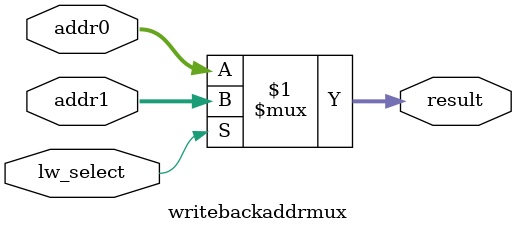
<source format=v>
`timescale 1ns / 1ps


module writebackaddrmux(
    input [4:0] addr0,
    input [4:0] addr1,
    input lw_select,
    output [4:0] result
    );
    assign result = (lw_select)? addr1:addr0;
endmodule

</source>
